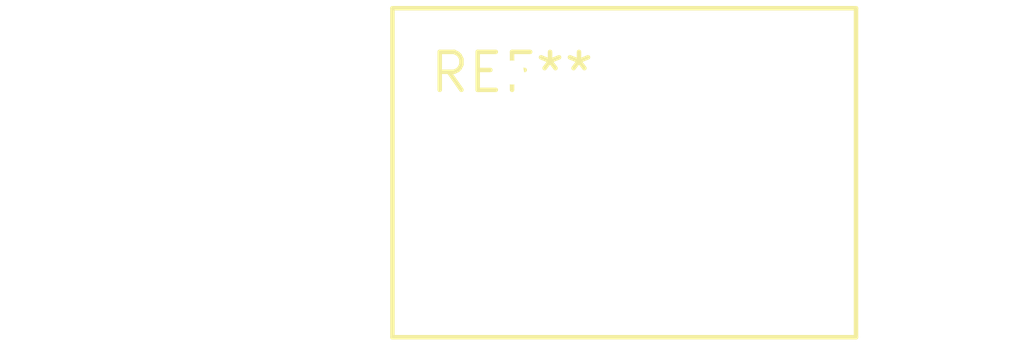
<source format=kicad_pcb>
(kicad_pcb (version 20240108) (generator pcbnew)
  (layers (0 "F.Cu" signal) (31 "B.Cu" signal) (34 "B.Paste" user) (35 "F.Paste" user) (36 "B.SilkS" user "B.Silkscreen") (37 "F.SilkS" user "F.Silkscreen") (38 "B.Mask" user) (39 "F.Mask" user) (44 "Edge.Cuts" user))
  (net 0 "")
  (footprint "RV_Disc_D15.5mm_W11mm_P7.5mm" (layer "F.Cu") (at 0 0)
    (property "Reference" "REF**")
    (property "Value" "RV_Disc_D15.5mm_W11mm_P7.5mm")
    (fp_line (start -4 -2.15) (end -4 8.85) (layer "F.SilkS") (stroke (width 0.15)))
    (fp_line (start -4 -2.15) (end 11.5 -2.15) (layer "F.SilkS") (stroke (width 0.15)))
    (fp_line (start -4 8.85) (end 11.5 8.85) (layer "F.SilkS") (stroke (width 0.15)))
    (fp_line (start 11.5 -2.15) (end 11.5 8.85) (layer "F.SilkS") (stroke (width 0.15)))
    (pad "1" thru_hole circle (at 0 0) (size 1.8 1.8) (drill 0.8) (layers *.Cu *.Mask) (remove_unused_layers))
    (pad "2" thru_hole circle (at 7.5 6.7) (size 1.8 1.8) (drill 0.8) (layers *.Cu *.Mask) (remove_unused_layers))
  )
)
</source>
